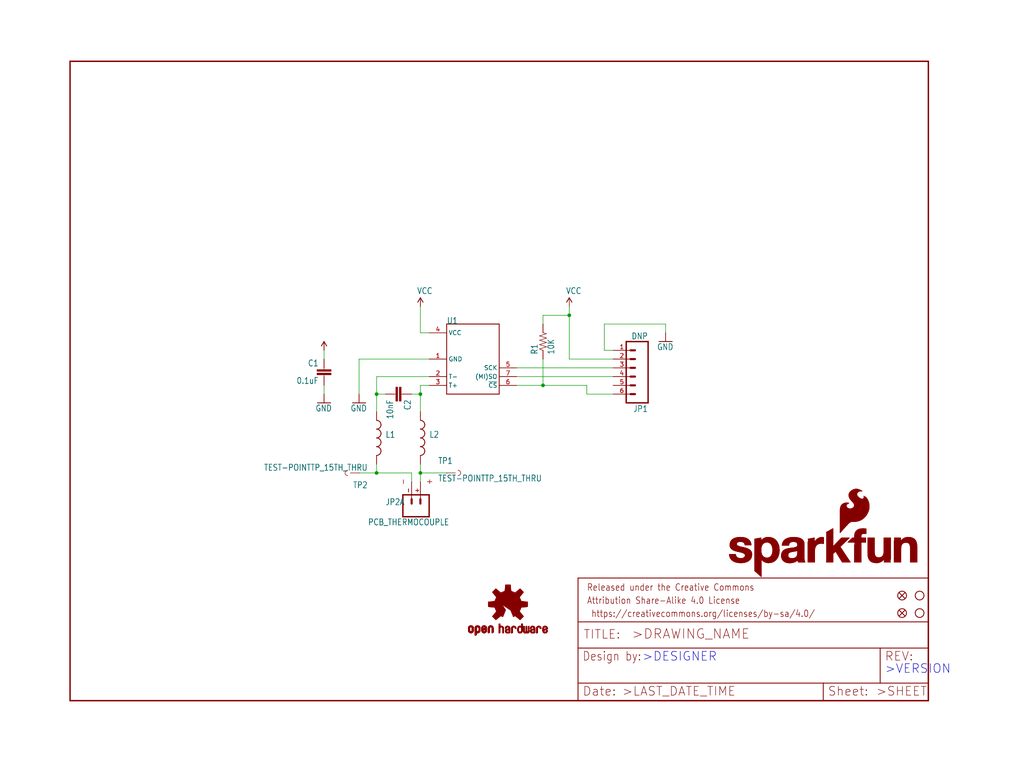
<source format=kicad_sch>
(kicad_sch (version 20211123) (generator eeschema)
  (paper "User" 297.002 223.926)
  (lib_symbols
    (symbol "eagleSchem-eagle-import:0.1UF-25V(+80{slash}-20%)(0603)"
      (property "Reference" "C" (at 1.524 2.921 0))
      (property "Value" "0.1UF-25V(+80{slash}-20%)(0603)" (at 1.524 -2.159 0))
      (symbol "0.1UF-25V(+80{slash}-20%)(0603)_1_0"
        (pin passive line (at 0 5.08 270) (length 2.54) (name "1") (number "1"))
        (pin passive line (at 0 -2.54 90) (length 2.54) (name "2") (number "2"))
      )
    )
    (symbol "eagleSchem-eagle-import:10KOHM-1{slash}10W-1%(0603)0603"
      (property "Reference" "R" (at -3.81 1.4986 0))
      (property "Value" "10KOHM-1{slash}10W-1%(0603)0603" (at -3.81 -3.302 0))
      (symbol "10KOHM-1{slash}10W-1%(0603)0603_1_0"
        (pin passive line (at -5.08 0 0) (length 2.54) (name "1") (number "1"))
        (pin passive line (at 5.08 0 180) (length 2.54) (name "2") (number "2"))
      )
    )
    (symbol "eagleSchem-eagle-import:10NF{slash}10000PF-50V-10%(0603)"
      (property "Reference" "C" (at 1.524 2.921 0))
      (property "Value" "10NF{slash}10000PF-50V-10%(0603)" (at 1.524 -2.159 0))
      (symbol "10NF{slash}10000PF-50V-10%(0603)_1_0"
        (pin passive line (at 0 5.08 270) (length 2.54) (name "1") (number "1"))
        (pin passive line (at 0 -2.54 90) (length 2.54) (name "2") (number "2"))
      )
    )
    (symbol "eagleSchem-eagle-import:FIDUCIAL1X2")
    (symbol "eagleSchem-eagle-import:FRAME-LETTER"
      (symbol "FRAME-LETTER_2_0"
        (text " https://creativecommons.org/licenses/by-sa/4.0/" (at 2.54 24.13 0) (effects (font (size 1.9304 1.6408)) (justify left bottom)))
        (text ">DRAWING_NAME" (at 15.494 17.78 0) (effects (font (size 2.7432 2.7432)) (justify left bottom)))
        (text ">LAST_DATE_TIME" (at 12.7 1.27 0) (effects (font (size 2.54 2.54)) (justify left bottom)))
        (text ">SHEET" (at 86.36 1.27 0) (effects (font (size 2.54 2.54)) (justify left bottom)))
        (text "Attribution Share-Alike 4.0 License" (at 2.54 27.94 0) (effects (font (size 1.9304 1.6408)) (justify left bottom)))
        (text "Date:" (at 1.27 1.27 0) (effects (font (size 2.54 2.54)) (justify left bottom)))
        (text "Design by:" (at 1.27 11.43 0) (effects (font (size 2.54 2.159)) (justify left bottom)))
        (text "Released under the Creative Commons" (at 2.54 31.75 0) (effects (font (size 1.9304 1.6408)) (justify left bottom)))
        (text "REV:" (at 88.9 11.43 0) (effects (font (size 2.54 2.54)) (justify left bottom)))
        (text "Sheet:" (at 72.39 1.27 0) (effects (font (size 2.54 2.54)) (justify left bottom)))
        (text "TITLE:" (at 1.524 17.78 0) (effects (font (size 2.54 2.54)) (justify left bottom)))
      )
    )
    (symbol "eagleSchem-eagle-import:GND" (power)
      (property "Value" "GND" (at -2.54 -2.54 0))
      (symbol "GND_1_0"
        (pin power_in line (at 0 2.54 270) (length 2.54) (name "GND") (number "1"))
      )
    )
    (symbol "eagleSchem-eagle-import:INDUCTOR0603"
      (property "Reference" "L" (at 2.54 5.08 0))
      (property "Value" "INDUCTOR0603" (at 2.54 -5.08 0))
      (symbol "INDUCTOR0603_1_0"
        (pin passive line (at 0 7.62 270) (length 2.54) (name "1") (number "1"))
        (pin passive line (at 0 -7.62 90) (length 2.54) (name "2") (number "2"))
      )
    )
    (symbol "eagleSchem-eagle-import:M06SILK_FEMALE_PTH"
      (property "Reference" "JP" (at -5.08 10.922 0))
      (property "Value" "M06SILK_FEMALE_PTH" (at -5.08 -10.16 0))
      (symbol "M06SILK_FEMALE_PTH_1_0"
        (pin passive line (at 5.08 -5.08 180) (length 5.08) (name "1") (number "1"))
        (pin passive line (at 5.08 -2.54 180) (length 5.08) (name "2") (number "2"))
        (pin passive line (at 5.08 0 180) (length 5.08) (name "3") (number "3"))
        (pin passive line (at 5.08 2.54 180) (length 5.08) (name "4") (number "4"))
        (pin passive line (at 5.08 5.08 180) (length 5.08) (name "5") (number "5"))
        (pin passive line (at 5.08 7.62 180) (length 5.08) (name "6") (number "6"))
      )
    )
    (symbol "eagleSchem-eagle-import:MAX31855K"
      (property "Reference" "U" (at -7.62 10.16 0))
      (property "Value" "MAX31855K" (at -7.62 -12.7 0))
      (symbol "MAX31855K_1_0"
        (pin bidirectional line (at -12.7 0 0) (length 5.08) (name "GND") (number "1"))
        (pin bidirectional line (at -12.7 -5.08 0) (length 5.08) (name "T-") (number "2"))
        (pin bidirectional line (at -12.7 -7.62 0) (length 5.08) (name "T+") (number "3"))
        (pin bidirectional line (at -12.7 7.62 0) (length 5.08) (name "VCC") (number "4"))
        (pin bidirectional line (at 12.7 -2.54 180) (length 5.08) (name "SCK") (number "5"))
        (pin bidirectional line (at 12.7 -7.62 180) (length 5.08) (name "~{CS}") (number "6"))
        (pin bidirectional line (at 12.7 -5.08 180) (length 5.08) (name "(MI)SO") (number "7"))
      )
    )
    (symbol "eagleSchem-eagle-import:OSHW-LOGOS")
    (symbol "eagleSchem-eagle-import:PCB_THERMOCOUPLE"
      (property "Reference" "JP" (at -1.27 0 90))
      (property "Value" "PCB_THERMOCOUPLE" (at 5.715 0 90))
      (symbol "PCB_THERMOCOUPLE_1_0"
        (text "+" (at 5.08 -5.08 0) (effects (font (size 1.778 1.5113))))
        (text "-" (at 5.08 2.54 0) (effects (font (size 1.778 1.5113))))
        (pin passive line (at 5.08 -2.54 180) (length 5.08) (name "+") (number "+"))
        (pin passive line (at 5.08 0 180) (length 5.08) (name "-") (number "-"))
      )
      (symbol "PCB_THERMOCOUPLE_2_0"
        (pin passive line (at 0 -2.54 90) (length 2.54) (name "1") (number "CLIP1"))
        (pin passive line (at 2.54 -2.54 90) (length 2.54) (name "2") (number "CLIP2"))
      )
    )
    (symbol "eagleSchem-eagle-import:SFE_LOGO_NAME_FLAME.1_INCH")
    (symbol "eagleSchem-eagle-import:STAND-OFF")
    (symbol "eagleSchem-eagle-import:TEST-POINTTP_15TH_THRU"
      (property "Reference" "TP" (at -2.54 2.54 0))
      (property "Value" "TEST-POINTTP_15TH_THRU" (at -2.54 -2.54 0))
      (symbol "TEST-POINTTP_15TH_THRU_1_0"
        (pin bidirectional line (at 0 0 180) (length 0) (name "1") (number "P$1"))
      )
    )
    (symbol "eagleSchem-eagle-import:VCC" (power)
      (property "Value" "VCC" (at -1.016 3.556 0))
      (symbol "VCC_1_0"
        (pin power_in line (at 0 0 90) (length 2.54) (name "VCC") (number "1"))
      )
    )
  )
  (junction (at 121.92 137.16))
  (junction (at 121.92 114.3))
  (junction (at 165.1 91.44))
  (junction (at 157.48 111.76))
  (junction (at 109.22 137.16))
  (junction (at 109.22 114.3))
  (wire (pts (xy 121.92 88.9) (xy 121.92 96.52)))
  (wire (pts (xy 93.98 114.3) (xy 93.98 111.76)))
  (wire (pts (xy 104.14 114.3) (xy 104.14 104.14)))
  (wire (pts (xy 109.22 114.3) (xy 109.22 119.38)))
  (wire (pts (xy 109.22 137.16) (xy 119.38 137.16)))
  (wire (pts (xy 165.1 88.9) (xy 165.1 91.44)))
  (wire (pts (xy 109.22 134.62) (xy 109.22 137.16)))
  (wire (pts (xy 121.92 114.3) (xy 121.92 119.38)))
  (wire (pts (xy 157.48 104.14) (xy 157.48 111.76)))
  (wire (pts (xy 124.46 111.76) (xy 121.92 111.76)))
  (wire (pts (xy 175.26 93.98) (xy 193.04 93.98)))
  (wire (pts (xy 109.22 109.22) (xy 109.22 114.3)))
  (wire (pts (xy 157.48 111.76) (xy 170.18 111.76)))
  (wire (pts (xy 119.38 137.16) (xy 119.38 139.7)))
  (wire (pts (xy 157.48 93.98) (xy 157.48 91.44)))
  (wire (pts (xy 177.8 114.3) (xy 170.18 114.3)))
  (wire (pts (xy 111.76 114.3) (xy 109.22 114.3)))
  (wire (pts (xy 177.8 101.6) (xy 175.26 101.6)))
  (wire (pts (xy 165.1 91.44) (xy 165.1 104.14)))
  (wire (pts (xy 121.92 96.52) (xy 124.46 96.52)))
  (wire (pts (xy 157.48 91.44) (xy 165.1 91.44)))
  (wire (pts (xy 93.98 101.6) (xy 93.98 104.14)))
  (wire (pts (xy 175.26 101.6) (xy 175.26 93.98)))
  (wire (pts (xy 124.46 109.22) (xy 109.22 109.22)))
  (wire (pts (xy 193.04 93.98) (xy 193.04 96.52)))
  (wire (pts (xy 124.46 104.14) (xy 104.14 104.14)))
  (wire (pts (xy 149.86 106.68) (xy 177.8 106.68)))
  (wire (pts (xy 149.86 111.76) (xy 157.48 111.76)))
  (wire (pts (xy 104.14 137.16) (xy 109.22 137.16)))
  (wire (pts (xy 129.54 137.16) (xy 121.92 137.16)))
  (wire (pts (xy 177.8 104.14) (xy 165.1 104.14)))
  (wire (pts (xy 121.92 111.76) (xy 121.92 114.3)))
  (wire (pts (xy 121.92 134.62) (xy 121.92 137.16)))
  (wire (pts (xy 121.92 137.16) (xy 121.92 139.7)))
  (wire (pts (xy 121.92 114.3) (xy 119.38 114.3)))
  (wire (pts (xy 170.18 114.3) (xy 170.18 111.76)))
  (wire (pts (xy 149.86 109.22) (xy 177.8 109.22)))
  (text ">DESIGNER" (at 186.182 192.024 180) (effects (font (size 2.54 2.54)) (justify left bottom)))
  (text ">VERSION" (at 256.54 195.58 180) (effects (font (size 2.54 2.54)) (justify left bottom)))
  (symbol (lib_id "eagleSchem-eagle-import:VCC") (at 165.1 88.9 0) (unit 1)
    (property "Reference" "#SUPPLY1" (effects hide))
    (property "Value" "VCC" (at 164.084 85.344 0) (effects (font (size 1.778 1.5113)) (justify left bottom)))
    (property "Footprint" "eagleSchem:" (effects hide))
  )
  (symbol (lib_id "eagleSchem-eagle-import:INDUCTOR0603") (at 109.22 127 0) (unit 1)
    (property "Reference" "L1" (at 111.76 127 0) (effects (font (size 1.778 1.5113)) (justify left bottom)))
    (property "Value" "470OHM" (at 111.76 132.08 0) (effects (font (size 1.778 1.5113)) (justify left bottom)))
    (property "Footprint" "eagleSchem:0603" (effects hide))
    (property "Value" "470OHM" (effects hide))
  )
  (symbol (lib_id "eagleSchem-eagle-import:GND") (at 193.04 99.06 0) (unit 1)
    (property "Reference" "#GND1" (effects hide))
    (property "Value" "GND" (at 190.5 101.6 0) (effects (font (size 1.778 1.5113)) (justify left bottom)))
    (property "Footprint" "eagleSchem:" (effects hide))
  )
  (symbol (lib_id "eagleSchem-eagle-import:TEST-POINTTP_15TH_THRU") (at 104.14 137.16 180) (unit 1)
    (property "Reference" "TP2" (at 106.68 139.7 0) (effects (font (size 1.778 1.5113)) (justify left bottom)))
    (property "Value" "TEST-POINTTP_15TH_THRU" (at 106.68 134.62 0) (effects (font (size 1.778 1.5113)) (justify left bottom)))
    (property "Footprint" "eagleSchem:TP_15TH" (effects hide))
  )
  (symbol (lib_id "eagleSchem-eagle-import:STAND-OFF") (at 266.7 177.8 0) (unit 1)
    (property "Reference" "STANDOFF4" (effects hide))
    (property "Value" "STAND-OFF" (effects hide))
    (property "Footprint" "eagleSchem:STAND-OFF" (effects hide))
  )
  (symbol (lib_id "eagleSchem-eagle-import:STAND-OFF") (at 266.7 172.72 0) (unit 1)
    (property "Reference" "STANDOFF1" (effects hide))
    (property "Value" "STAND-OFF" (effects hide))
    (property "Footprint" "eagleSchem:STAND-OFF" (effects hide))
  )
  (symbol (lib_id "eagleSchem-eagle-import:GND") (at 104.14 116.84 0) (unit 1)
    (property "Reference" "#GND3" (effects hide))
    (property "Value" "GND" (at 101.6 119.38 0) (effects (font (size 1.778 1.5113)) (justify left bottom)))
    (property "Footprint" "eagleSchem:" (effects hide))
  )
  (symbol (lib_id "eagleSchem-eagle-import:VCC") (at 121.92 88.9 0) (unit 1)
    (property "Reference" "#SUPPLY3" (effects hide))
    (property "Value" "VCC" (at 120.904 85.344 0) (effects (font (size 1.778 1.5113)) (justify left bottom)))
    (property "Footprint" "eagleSchem:" (effects hide))
  )
  (symbol (lib_id "eagleSchem-eagle-import:GND") (at 93.98 116.84 0) (unit 1)
    (property "Reference" "#GND2" (effects hide))
    (property "Value" "GND" (at 91.44 119.38 0) (effects (font (size 1.778 1.5113)) (justify left bottom)))
    (property "Footprint" "eagleSchem:" (effects hide))
  )
  (symbol (lib_id "eagleSchem-eagle-import:0.1UF-25V(+80{slash}-20%)(0603)") (at 93.98 109.22 0) (mirror y) (unit 1)
    (property "Reference" "C1" (at 92.456 106.299 0) (effects (font (size 1.778 1.5113)) (justify left bottom)))
    (property "Value" "0.1uF" (at 92.456 111.379 0) (effects (font (size 1.778 1.5113)) (justify left bottom)))
    (property "Footprint" "eagleSchem:0603-CAP" (effects hide))
  )
  (symbol (lib_id "eagleSchem-eagle-import:INDUCTOR0603") (at 121.92 127 0) (unit 1)
    (property "Reference" "L2" (at 124.46 127 0) (effects (font (size 1.778 1.5113)) (justify left bottom)))
    (property "Value" "470OHM" (at 124.46 132.08 0) (effects (font (size 1.778 1.5113)) (justify left bottom)))
    (property "Footprint" "eagleSchem:0603" (effects hide))
    (property "Value" "470OHM" (effects hide))
  )
  (symbol (lib_id "eagleSchem-eagle-import:FIDUCIAL1X2") (at 261.62 177.8 0) (unit 1)
    (property "Reference" "FID2" (effects hide))
    (property "Value" "FIDUCIAL1X2" (effects hide))
    (property "Footprint" "eagleSchem:FIDUCIAL-1X2" (effects hide))
  )
  (symbol (lib_id "eagleSchem-eagle-import:M06SILK_FEMALE_PTH") (at 182.88 106.68 180) (unit 1)
    (property "Reference" "JP1" (at 187.96 117.602 0) (effects (font (size 1.778 1.5113)) (justify left bottom)))
    (property "Value" "DNP" (at 187.96 96.52 0) (effects (font (size 1.778 1.5113)) (justify left bottom)))
    (property "Footprint" "eagleSchem:1X06" (effects hide))
  )
  (symbol (lib_id "eagleSchem-eagle-import:MAX31855K") (at 137.16 104.14 0) (unit 1)
    (property "Reference" "U1" (at 129.54 93.98 0) (effects (font (size 1.778 1.5113)) (justify left bottom)))
    (property "Value" "MAX31855K" (at 129.54 116.84 0) (effects (font (size 1.778 1.5113)) (justify left bottom)))
    (property "Footprint" "eagleSchem:SOIC8" (effects hide))
    (property "Value" "MAX31855K" (effects hide))
  )
  (symbol (lib_id "eagleSchem-eagle-import:FIDUCIAL1X2") (at 261.62 172.72 0) (unit 1)
    (property "Reference" "FID1" (effects hide))
    (property "Value" "FIDUCIAL1X2" (effects hide))
    (property "Footprint" "eagleSchem:FIDUCIAL-1X2" (effects hide))
  )
  (symbol (lib_id "eagleSchem-eagle-import:VCC") (at 93.98 101.6 0) (unit 1)
    (property "Reference" "#SUPPLY2" (effects hide))
    (property "Value" "VCC" (at 92.964 98.044 0) (effects (font (size 1.778 1.5113)) (justify left bottom)))
    (property "Footprint" "eagleSchem:" (effects hide))
    (property "Value" "VCC" (effects hide))
  )
  (symbol (lib_id "eagleSchem-eagle-import:10KOHM-1{slash}10W-1%(0603)0603") (at 157.48 99.06 90) (unit 1)
    (property "Reference" "R1" (at 155.9814 102.87 0) (effects (font (size 1.778 1.5113)) (justify left bottom)))
    (property "Value" "10K" (at 160.782 102.87 0) (effects (font (size 1.778 1.5113)) (justify left bottom)))
    (property "Footprint" "eagleSchem:0603-RES" (effects hide))
  )
  (symbol (lib_id "eagleSchem-eagle-import:FRAME-LETTER") (at 167.64 203.2 0) (unit 2)
    (property "Reference" "FRAME1" (effects hide))
    (property "Value" ">VERSION" (effects hide))
    (property "Footprint" "eagleSchem:CREATIVE_COMMONS" (effects hide))
    (property "Value" ">VERSION" (effects hide))
  )
  (symbol (lib_id "eagleSchem-eagle-import:FRAME-LETTER") (at 20.32 203.2 0) (unit 1)
    (property "Reference" "FRAME1" (effects hide))
    (property "Value" ">VERSION" (effects hide))
    (property "Footprint" "eagleSchem:CREATIVE_COMMONS" (effects hide))
    (property "Value" ">VERSION" (effects hide))
  )
  (symbol (lib_id "eagleSchem-eagle-import:OSHW-LOGOS") (at 147.32 175.26 0) (unit 1)
    (property "Reference" "LOGO4" (effects hide))
    (property "Value" "OSHW-LOGOS" (effects hide))
    (property "Footprint" "eagleSchem:OSHW-LOGO-S" (effects hide))
  )
  (symbol (lib_id "eagleSchem-eagle-import:10NF{slash}10000PF-50V-10%(0603)") (at 114.3 114.3 270) (unit 1)
    (property "Reference" "C2" (at 117.221 115.824 0) (effects (font (size 1.778 1.5113)) (justify left bottom)))
    (property "Value" "10nF" (at 112.141 115.824 0) (effects (font (size 1.778 1.5113)) (justify left bottom)))
    (property "Footprint" "eagleSchem:0603-CAP" (effects hide))
  )
  (symbol (lib_id "eagleSchem-eagle-import:PCB_THERMOCOUPLE") (at 119.38 144.78 90) (unit 1)
    (property "Reference" "JP2" (at 111.76 146.558 90) (effects (font (size 1.778 1.5113)) (justify right top)))
    (property "Value" "PCB_THERMOCOUPLE" (at 106.68 152.4 90) (effects (font (size 1.778 1.5113)) (justify right top)))
    (property "Footprint" "eagleSchem:PCC-SMP" (effects hide))
  )
  (symbol (lib_id "eagleSchem-eagle-import:SFE_LOGO_NAME_FLAME.1_INCH") (at 210.82 167.64 0) (unit 1)
    (property "Reference" "LOGO3" (effects hide))
    (property "Value" "SFE_LOGO_NAME_FLAME.1_INCH" (effects hide))
    (property "Footprint" "eagleSchem:SFE_LOGO_NAME_FLAME_.1" (effects hide))
  )
  (symbol (lib_id "eagleSchem-eagle-import:TEST-POINTTP_15TH_THRU") (at 129.54 137.16 0) (unit 1)
    (property "Reference" "TP1" (at 127 134.62 0) (effects (font (size 1.778 1.5113)) (justify left bottom)))
    (property "Value" "TEST-POINTTP_15TH_THRU" (at 127 139.7 0) (effects (font (size 1.778 1.5113)) (justify left bottom)))
    (property "Footprint" "eagleSchem:TP_15TH" (effects hide))
  )
  (symbol (lib_id "eagleSchem-eagle-import:OSHW-LOGOS") (at 147.32 175.26 0) (unit 1)
    (property "Reference" "LOGO1" (effects hide))
    (property "Value" "OSHW-LOGOS" (effects hide))
    (property "Footprint" "eagleSchem:OSHW-LOGO-S" (effects hide))
  )
  (symbol (lib_id "eagleSchem-eagle-import:SFE_LOGO_NAME_FLAME.1_INCH") (at 210.82 167.64 0) (unit 1)
    (property "Reference" "LOGO2" (effects hide))
    (property "Value" "SFE_LOGO_NAME_FLAME.1_INCH" (effects hide))
    (property "Footprint" "eagleSchem:SFE_LOGO_NAME_FLAME_.1" (effects hide))
  )
)
</source>
